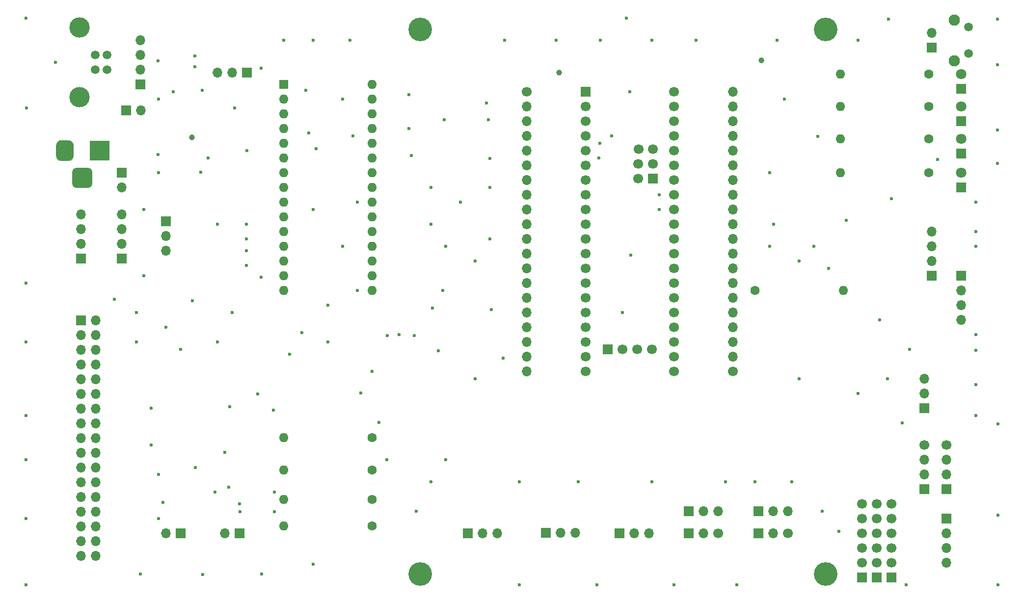
<source format=gbr>
G04 #@! TF.GenerationSoftware,KiCad,Pcbnew,(5.1.9)-1*
G04 #@! TF.CreationDate,2021-03-14T14:47:40+00:00*
G04 #@! TF.ProjectId,Greaseweazle F1 3.5 Inch Rev 2B,47726561-7365-4776-9561-7a6c65204631,2B*
G04 #@! TF.SameCoordinates,PX6312cb0PY6bcb370*
G04 #@! TF.FileFunction,Soldermask,Bot*
G04 #@! TF.FilePolarity,Negative*
%FSLAX46Y46*%
G04 Gerber Fmt 4.6, Leading zero omitted, Abs format (unit mm)*
G04 Created by KiCad (PCBNEW (5.1.9)-1) date 2021-03-14 14:47:40*
%MOMM*%
%LPD*%
G01*
G04 APERTURE LIST*
%ADD10R,1.700000X1.700000*%
%ADD11C,1.700000*%
%ADD12O,1.700000X1.700000*%
%ADD13C,4.064000*%
%ADD14O,1.600000X1.600000*%
%ADD15R,1.600000X1.600000*%
%ADD16C,3.500120*%
%ADD17C,1.501140*%
%ADD18C,1.600000*%
%ADD19R,1.800000X1.800000*%
%ADD20C,1.800000*%
%ADD21R,3.500000X3.500000*%
%ADD22C,1.950000*%
%ADD23C,1.508000*%
%ADD24C,0.600000*%
%ADD25C,1.000000*%
%ADD26C,0.100000*%
G04 APERTURE END LIST*
D10*
X48514000Y3810000D03*
D11*
X51054000Y3810000D03*
X53594000Y3810000D03*
X56134000Y3810000D03*
X59944000Y48260000D03*
D10*
X44704000Y48260000D03*
D11*
X59944000Y45720000D03*
X44704000Y45720000D03*
X59944000Y43180000D03*
X44704000Y43180000D03*
X59944000Y40640000D03*
X44704000Y40640000D03*
X59944000Y38100000D03*
X44704000Y38100000D03*
X59944000Y35560000D03*
X44704000Y35560000D03*
X59944000Y33020000D03*
X44704000Y33020000D03*
X59944000Y30480000D03*
X44704000Y30480000D03*
X59944000Y27940000D03*
X44704000Y27940000D03*
X59944000Y25400000D03*
X44704000Y25400000D03*
X59944000Y22860000D03*
X44704000Y22860000D03*
X59944000Y20320000D03*
X44704000Y20320000D03*
X59944000Y17780000D03*
X44704000Y17780000D03*
X59944000Y15240000D03*
X44704000Y15240000D03*
X59944000Y12700000D03*
X44704000Y12700000D03*
X59944000Y10160000D03*
X44704000Y10160000D03*
X59944000Y7620000D03*
X44704000Y7620000D03*
X59944000Y5080000D03*
X44704000Y5080000D03*
X59944000Y2540000D03*
X44704000Y2540000D03*
X59944000Y0D03*
X44704000Y0D03*
X56273700Y35814000D03*
X56273700Y38354000D03*
D10*
X56273700Y33274000D03*
D11*
X53797200Y38354000D03*
X53733700Y35814000D03*
X53733700Y33274000D03*
X92329000Y-22860000D03*
X92329000Y-25400000D03*
X92329000Y-27940000D03*
X92329000Y-30480000D03*
X92329000Y-33020000D03*
D10*
X92329000Y-35560000D03*
D11*
X94869000Y-22860000D03*
X94869000Y-25400000D03*
X94869000Y-27940000D03*
X94869000Y-30480000D03*
X94869000Y-33020000D03*
D10*
X94869000Y-35560000D03*
D12*
X-32004000Y45085000D03*
D10*
X-34544000Y45085000D03*
D13*
X86113620Y-34935160D03*
X16113760Y59065160D03*
X16113760Y-34935160D03*
X86113620Y59065160D03*
D12*
X104394000Y58420000D03*
D10*
X104394000Y55880000D03*
D12*
X-17526000Y-27940000D03*
D10*
X-14986000Y-27940000D03*
D12*
X-27686000Y-27940000D03*
D10*
X-25146000Y-27940000D03*
D11*
X97409000Y-22860000D03*
X97409000Y-25400000D03*
X97409000Y-27940000D03*
X97409000Y-30480000D03*
X97409000Y-33020000D03*
D10*
X97409000Y-35560000D03*
D12*
X-35306000Y27152600D03*
X-35306000Y24612600D03*
X-35306000Y22072600D03*
D10*
X-35306000Y19532600D03*
D12*
X-32131000Y57150000D03*
X-32131000Y54610000D03*
X-32131000Y52070000D03*
D10*
X-32131000Y49530000D03*
D14*
X7874000Y13970000D03*
X-7366000Y13970000D03*
X7874000Y49530000D03*
X-7366000Y16510000D03*
X7874000Y46990000D03*
X-7366000Y19050000D03*
X7874000Y44450000D03*
X-7366000Y21590000D03*
X7874000Y41910000D03*
X-7366000Y24130000D03*
X7874000Y39370000D03*
X-7366000Y26670000D03*
X7874000Y36830000D03*
X-7366000Y29210000D03*
X7874000Y34290000D03*
X-7366000Y31750000D03*
X7874000Y31750000D03*
X-7366000Y34290000D03*
X7874000Y29210000D03*
X-7366000Y36830000D03*
X7874000Y26670000D03*
X-7366000Y39370000D03*
X7874000Y24130000D03*
X-7366000Y41910000D03*
X7874000Y21590000D03*
X-7366000Y44450000D03*
X7874000Y19050000D03*
X-7366000Y46990000D03*
X7874000Y16510000D03*
D15*
X-7366000Y49530000D03*
D12*
X-27686000Y20828000D03*
X-27686000Y23368000D03*
D10*
X-27686000Y25908000D03*
D12*
X-35306000Y31750000D03*
D10*
X-35306000Y34290000D03*
D16*
X-42621200Y47345600D03*
X-42621200Y59385200D03*
D17*
X-37896800Y54610000D03*
X-37896800Y52120800D03*
X-39903400Y52120800D03*
X-39903400Y54610000D03*
D12*
X103124000Y-1270000D03*
X103124000Y-3810000D03*
D10*
X103124000Y-6350000D03*
D12*
X109474000Y8890000D03*
X109474000Y11430000D03*
X109474000Y13970000D03*
D10*
X109474000Y16510000D03*
D12*
X29464000Y-27940000D03*
X26924000Y-27940000D03*
D10*
X24384000Y-27940000D03*
D12*
X42926000Y-27829200D03*
X40386000Y-27829200D03*
D10*
X37846000Y-27829200D03*
D12*
X55626000Y-27889200D03*
X53086000Y-27889200D03*
D10*
X50546000Y-27889200D03*
D12*
X-18796000Y51587400D03*
X-16256000Y51587400D03*
D10*
X-13716000Y51587400D03*
D12*
X104394000Y24130000D03*
X104394000Y21590000D03*
X104394000Y19050000D03*
D10*
X104394000Y16510000D03*
X106934000Y-20320000D03*
D12*
X106934000Y-17780000D03*
X106934000Y-15240000D03*
D11*
X106934000Y-12700000D03*
X103124000Y-12700000D03*
D12*
X103124000Y-15240000D03*
X103124000Y-17780000D03*
D10*
X103124000Y-20320000D03*
D18*
X103886000Y51308000D03*
D14*
X88646000Y51308000D03*
D19*
X109474000Y48768000D03*
D20*
X109474000Y51308000D03*
X109474000Y34290000D03*
D19*
X109474000Y31750000D03*
X109474000Y37592000D03*
D20*
X109474000Y40132000D03*
X109474000Y45720000D03*
D19*
X109474000Y43180000D03*
D18*
X73914000Y13970000D03*
D14*
X89154000Y13970000D03*
X-7366000Y-11430000D03*
D18*
X7874000Y-11430000D03*
X7874000Y-17018000D03*
D14*
X-7366000Y-17018000D03*
X-7366000Y-22098000D03*
D18*
X7874000Y-22098000D03*
X7874000Y-26670000D03*
D14*
X-7366000Y-26670000D03*
X88646000Y34290000D03*
D18*
X103886000Y34290000D03*
X103886000Y40132000D03*
D14*
X88646000Y40132000D03*
X88646000Y45720000D03*
D18*
X103886000Y45720000D03*
D12*
X34544000Y0D03*
X34544000Y2540000D03*
X34544000Y5080000D03*
X34544000Y7620000D03*
X34544000Y10160000D03*
X34544000Y12700000D03*
X34544000Y15240000D03*
X34544000Y17780000D03*
X34544000Y20320000D03*
X34544000Y22860000D03*
X34544000Y25400000D03*
X34544000Y27940000D03*
X34544000Y30480000D03*
X34544000Y33020000D03*
X34544000Y35560000D03*
X34544000Y38100000D03*
X34544000Y40640000D03*
X34544000Y43180000D03*
X34544000Y45720000D03*
D11*
X34544000Y48260000D03*
D12*
X70104000Y48260000D03*
X70104000Y45720000D03*
X70104000Y43180000D03*
X70104000Y40640000D03*
X70104000Y38100000D03*
X70104000Y35560000D03*
X70104000Y33020000D03*
X70104000Y30480000D03*
X70104000Y27940000D03*
X70104000Y25400000D03*
X70104000Y22860000D03*
X70104000Y20320000D03*
X70104000Y17780000D03*
X70104000Y15240000D03*
X70104000Y12700000D03*
X70104000Y10160000D03*
X70104000Y7620000D03*
X70104000Y5080000D03*
X70104000Y2540000D03*
D11*
X70104000Y0D03*
D12*
X79603600Y-24130000D03*
X77063600Y-24130000D03*
D10*
X74523600Y-24130000D03*
D12*
X67564000Y-24130000D03*
X65024000Y-24130000D03*
D10*
X62484000Y-24130000D03*
X62484000Y-27940000D03*
D12*
X65024000Y-27940000D03*
D11*
X67564000Y-27940000D03*
D10*
X74523600Y-27940000D03*
D12*
X77063600Y-27940000D03*
D11*
X79603600Y-27940000D03*
D12*
X106934000Y-33020000D03*
X106934000Y-30480000D03*
X106934000Y-27940000D03*
D10*
X106934000Y-25400000D03*
G36*
G01*
X-43888600Y32551400D02*
X-43888600Y34301400D01*
G75*
G02*
X-43013600Y35176400I875000J0D01*
G01*
X-41263600Y35176400D01*
G75*
G02*
X-40388600Y34301400I0J-875000D01*
G01*
X-40388600Y32551400D01*
G75*
G02*
X-41263600Y31676400I-875000J0D01*
G01*
X-43013600Y31676400D01*
G75*
G02*
X-43888600Y32551400I0J875000D01*
G01*
G37*
G36*
G01*
X-46638600Y37126400D02*
X-46638600Y39126400D01*
G75*
G02*
X-45888600Y39876400I750000J0D01*
G01*
X-44388600Y39876400D01*
G75*
G02*
X-43638600Y39126400I0J-750000D01*
G01*
X-43638600Y37126400D01*
G75*
G02*
X-44388600Y36376400I-750000J0D01*
G01*
X-45888600Y36376400D01*
G75*
G02*
X-46638600Y37126400I0J750000D01*
G01*
G37*
D21*
X-39138600Y38126400D03*
D22*
X108244000Y60650000D03*
X108244000Y53650000D03*
D23*
X110744000Y59425000D03*
X110744000Y54875000D03*
D10*
X-42367200Y19532600D03*
D12*
X-42367200Y22072600D03*
X-42367200Y24612600D03*
X-42367200Y27152600D03*
X-39852600Y-31800800D03*
X-42392600Y-31800800D03*
X-39852600Y-29260800D03*
X-42392600Y-29260800D03*
X-39852600Y-26720800D03*
X-42392600Y-26720800D03*
X-39852600Y-24180800D03*
X-42392600Y-24180800D03*
X-39852600Y-21640800D03*
X-42392600Y-21640800D03*
X-39852600Y-19100800D03*
X-42392600Y-19100800D03*
X-39852600Y-16560800D03*
X-42392600Y-16560800D03*
X-39852600Y-14020800D03*
X-42392600Y-14020800D03*
X-39852600Y-11480800D03*
X-42392600Y-11480800D03*
X-39852600Y-8940800D03*
X-42392600Y-8940800D03*
X-39852600Y-6400800D03*
X-42392600Y-6400800D03*
X-39852600Y-3860800D03*
X-42392600Y-3860800D03*
X-39852600Y-1320800D03*
X-42392600Y-1320800D03*
X-39852600Y1219200D03*
X-42392600Y1219200D03*
X-39852600Y3759200D03*
X-42392600Y3759200D03*
X-39852600Y6299200D03*
X-42392600Y6299200D03*
X-39852600Y8839200D03*
D10*
X-42392600Y8839200D03*
D24*
X5334000Y29210000D03*
X2794000Y21590000D03*
X-51816000Y15240000D03*
X-51816000Y-7620000D03*
X-51816000Y-15240000D03*
X-51816000Y-36830000D03*
X-51714400Y45516800D03*
X96901000Y60833000D03*
X115824000Y-36830000D03*
X105410000Y36576000D03*
X52476400Y20116800D03*
X49149000Y40640000D03*
X-2286000Y27940000D03*
X14224000Y41910000D03*
X97409000Y29845000D03*
X77089000Y25400000D03*
X57404000Y30480000D03*
X57404000Y27940000D03*
X27559000Y46355000D03*
X-51816000Y60960000D03*
X115824000Y-9017000D03*
X112014000Y29210000D03*
X112014000Y24130000D03*
X112014000Y21590000D03*
X112014000Y6350000D03*
X112014000Y3683000D03*
X112014000Y-2286000D03*
X112014000Y-7620000D03*
X115824000Y-24765000D03*
X51689000Y60960000D03*
X33274000Y-36830000D03*
X46609000Y-36830000D03*
X59944000Y-36830000D03*
X70739000Y-36830000D03*
X99949000Y-36830000D03*
X115697000Y60833000D03*
X115697000Y35941000D03*
X115697000Y41656000D03*
X115697000Y52959000D03*
X99314000Y-8890000D03*
X91694000Y-3810000D03*
X81534000Y-1270000D03*
X81534000Y19050000D03*
X85471000Y-24130000D03*
X18034000Y31750000D03*
X28194000Y31750000D03*
X20574000Y21590000D03*
X254000Y11430000D03*
X-9144000Y-6680200D03*
X-17526000Y-13970000D03*
X-11176000Y-34925000D03*
X76454000Y34290000D03*
X84734400Y40614600D03*
X89636600Y26060400D03*
X78994000Y46990000D03*
X30734000Y57150000D03*
X63754000Y57150000D03*
X23114000Y29210000D03*
X25654000Y-1270000D03*
X56134000Y-19050000D03*
X43434000Y-19050000D03*
X33274000Y-19050000D03*
X-32131000Y-34925000D03*
X-25146000Y3810000D03*
X-31496000Y16510000D03*
X-3556000Y48514000D03*
X15494000Y-24130000D03*
X18034000Y-19050000D03*
X9017000Y-8788400D03*
X-28194000Y-22606000D03*
X-2286000Y-33274000D03*
X-7366000Y57150000D03*
X20320000Y43434000D03*
X27940000Y43434000D03*
X14224000Y47752000D03*
X2794000Y46990000D03*
X-3048000Y41148000D03*
X4572000Y40640000D03*
X5334000Y13970000D03*
X20066000Y13970000D03*
X28448000Y10668000D03*
X18288000Y10922000D03*
X19304000Y3556000D03*
X30480000Y2286000D03*
X-20447000Y36830000D03*
X-21717000Y34417000D03*
X-29057600Y53594000D03*
X-21463000Y48514000D03*
X-15875000Y45466000D03*
X-13843000Y18288000D03*
X-13843000Y25400000D03*
X-26416000Y48260000D03*
X-46736000Y53340000D03*
X-2286000Y57150000D03*
X4064000Y57150000D03*
X28194000Y22860000D03*
X-18796000Y5080000D03*
X7874000Y0D03*
X-31496000Y27940000D03*
X-51816000Y5080000D03*
X-51816000Y-25400000D03*
X96774000Y-1270000D03*
X100584000Y3810000D03*
X76454000Y21590000D03*
X84074000Y21590000D03*
X86614000Y17780000D03*
X25654000Y19050000D03*
X18034000Y25400000D03*
X52324000Y48260000D03*
X51054000Y10160000D03*
X91694000Y57150000D03*
X77724000Y57150000D03*
X56134000Y57150000D03*
X47244000Y57150000D03*
X39624000Y57150000D03*
X-32766000Y5080000D03*
X-30226000Y-6350000D03*
X-28956000Y-17780000D03*
X-30226000Y-12700000D03*
X-28956000Y-25400000D03*
X-21336000Y-35052000D03*
X-14986000Y-22860000D03*
X-16891000Y-19939000D03*
X10414000Y-15240000D03*
X20574000Y-15240000D03*
X68834000Y-19050000D03*
X73914000Y-19050000D03*
X80264000Y-19050000D03*
X254000Y5080000D03*
X-27686000Y7620000D03*
X-16256000Y10160000D03*
X-32766000Y10160000D03*
X-36576000Y12446000D03*
X-23114000Y12192000D03*
X-6375400Y2997200D03*
X-4292600Y6680200D03*
X-1828800Y38430200D03*
X-11303000Y52374800D03*
X88366600Y-27559000D03*
X-29083000Y37465000D03*
X-28956000Y34290000D03*
X-13716000Y38100000D03*
X-28956000Y46990000D03*
X-18796000Y25400000D03*
X-13843000Y20828000D03*
X-13843000Y22860000D03*
X-22733000Y54483000D03*
X-22748190Y52644000D03*
D25*
X40132000Y51562000D03*
X-23240998Y40386000D03*
D24*
X-16738600Y-6070602D03*
X-9017002Y-24180800D03*
X-14935200Y-24180800D03*
X-19266801Y-20790801D03*
X-9005201Y-20790801D03*
X-22656800Y-16560800D03*
X5867400Y-3733800D03*
X-11277600Y16256000D03*
X-11887200Y-3860800D03*
X28149001Y36785001D03*
X46990000Y36830000D03*
X15113000Y6197600D03*
X12522198Y6375400D03*
X95427800Y8890000D03*
D25*
X75031602Y53721000D03*
D24*
X47117000Y39358849D03*
X14605000Y37236400D03*
X10490200Y6223000D03*
D26*
G36*
X-43886610Y32551596D02*
G01*
X-43869817Y32381091D01*
X-43820138Y32217321D01*
X-43739465Y32066392D01*
X-43630897Y31934103D01*
X-43498608Y31825535D01*
X-43347679Y31744862D01*
X-43183909Y31695183D01*
X-43013404Y31678390D01*
X-43011778Y31677225D01*
X-43011974Y31675235D01*
X-43013600Y31674400D01*
X-43069960Y31674400D01*
X-43070156Y31674410D01*
X-43234687Y31690615D01*
X-43235072Y31690691D01*
X-43387383Y31736894D01*
X-43387745Y31737044D01*
X-43528108Y31812069D01*
X-43528434Y31812287D01*
X-43651466Y31913257D01*
X-43651743Y31913534D01*
X-43752713Y32036566D01*
X-43752931Y32036892D01*
X-43827956Y32177255D01*
X-43828106Y32177617D01*
X-43874309Y32329928D01*
X-43874385Y32330313D01*
X-43890590Y32494844D01*
X-43890600Y32495040D01*
X-43890600Y32551400D01*
X-43889600Y32553132D01*
X-43887600Y32553132D01*
X-43886610Y32551596D01*
G37*
G36*
X-40387435Y32553026D02*
G01*
X-40386600Y32551400D01*
X-40386600Y32495040D01*
X-40386610Y32494844D01*
X-40402815Y32330313D01*
X-40402891Y32329928D01*
X-40449094Y32177617D01*
X-40449244Y32177255D01*
X-40524269Y32036892D01*
X-40524487Y32036566D01*
X-40625457Y31913534D01*
X-40625734Y31913257D01*
X-40748766Y31812287D01*
X-40749092Y31812069D01*
X-40889455Y31737044D01*
X-40889817Y31736894D01*
X-41042128Y31690691D01*
X-41042513Y31690615D01*
X-41207044Y31674410D01*
X-41207240Y31674400D01*
X-41263600Y31674400D01*
X-41265332Y31675400D01*
X-41265332Y31677400D01*
X-41263796Y31678390D01*
X-41093291Y31695183D01*
X-40929521Y31744862D01*
X-40778592Y31825535D01*
X-40646303Y31934103D01*
X-40537735Y32066392D01*
X-40457062Y32217321D01*
X-40407383Y32381091D01*
X-40390590Y32551596D01*
X-40389425Y32553222D01*
X-40387435Y32553026D01*
G37*
G36*
X-43011868Y35177400D02*
G01*
X-43011868Y35175400D01*
X-43013404Y35174410D01*
X-43183909Y35157617D01*
X-43347679Y35107938D01*
X-43498608Y35027265D01*
X-43630897Y34918697D01*
X-43739465Y34786408D01*
X-43820138Y34635479D01*
X-43869817Y34471709D01*
X-43886610Y34301204D01*
X-43887775Y34299578D01*
X-43889765Y34299774D01*
X-43890600Y34301400D01*
X-43890600Y34357760D01*
X-43890590Y34357956D01*
X-43874385Y34522487D01*
X-43874309Y34522872D01*
X-43828106Y34675183D01*
X-43827956Y34675545D01*
X-43752931Y34815908D01*
X-43752713Y34816234D01*
X-43651743Y34939266D01*
X-43651466Y34939543D01*
X-43528434Y35040513D01*
X-43528108Y35040731D01*
X-43387745Y35115756D01*
X-43387383Y35115906D01*
X-43235072Y35162109D01*
X-43234687Y35162185D01*
X-43070156Y35178390D01*
X-43069960Y35178400D01*
X-43013600Y35178400D01*
X-43011868Y35177400D01*
G37*
G36*
X-41207044Y35178390D02*
G01*
X-41042513Y35162185D01*
X-41042128Y35162109D01*
X-40889817Y35115906D01*
X-40889455Y35115756D01*
X-40749092Y35040731D01*
X-40748766Y35040513D01*
X-40625734Y34939543D01*
X-40625457Y34939266D01*
X-40524487Y34816234D01*
X-40524269Y34815908D01*
X-40449244Y34675545D01*
X-40449094Y34675183D01*
X-40402891Y34522872D01*
X-40402815Y34522487D01*
X-40386610Y34357956D01*
X-40386600Y34357760D01*
X-40386600Y34301400D01*
X-40387600Y34299668D01*
X-40389600Y34299668D01*
X-40390590Y34301204D01*
X-40407383Y34471709D01*
X-40457062Y34635479D01*
X-40537735Y34786408D01*
X-40646303Y34918697D01*
X-40778592Y35027265D01*
X-40929521Y35107938D01*
X-41093291Y35157617D01*
X-41263796Y35174410D01*
X-41265422Y35175575D01*
X-41265226Y35177565D01*
X-41263600Y35178400D01*
X-41207240Y35178400D01*
X-41207044Y35178390D01*
G37*
G36*
X-46636610Y37126596D02*
G01*
X-46622219Y36980477D01*
X-46579653Y36840156D01*
X-46510531Y36710838D01*
X-46417509Y36597491D01*
X-46304162Y36504469D01*
X-46174844Y36435347D01*
X-46034523Y36392781D01*
X-45888404Y36378390D01*
X-45886778Y36377225D01*
X-45886974Y36375235D01*
X-45888600Y36374400D01*
X-45944960Y36374400D01*
X-45945156Y36374410D01*
X-46085301Y36388213D01*
X-46085686Y36388289D01*
X-46214547Y36427379D01*
X-46214909Y36427529D01*
X-46333660Y36491003D01*
X-46333986Y36491221D01*
X-46438078Y36576645D01*
X-46438355Y36576922D01*
X-46523779Y36681014D01*
X-46523997Y36681340D01*
X-46587471Y36800091D01*
X-46587621Y36800453D01*
X-46626711Y36929314D01*
X-46626787Y36929699D01*
X-46640590Y37069844D01*
X-46640600Y37070040D01*
X-46640600Y37126400D01*
X-46639600Y37128132D01*
X-46637600Y37128132D01*
X-46636610Y37126596D01*
G37*
G36*
X-43637435Y37128026D02*
G01*
X-43636600Y37126400D01*
X-43636600Y37070040D01*
X-43636610Y37069844D01*
X-43650413Y36929699D01*
X-43650489Y36929314D01*
X-43689579Y36800453D01*
X-43689729Y36800091D01*
X-43753203Y36681340D01*
X-43753421Y36681014D01*
X-43838845Y36576922D01*
X-43839122Y36576645D01*
X-43943214Y36491221D01*
X-43943540Y36491003D01*
X-44062291Y36427529D01*
X-44062653Y36427379D01*
X-44191514Y36388289D01*
X-44191899Y36388213D01*
X-44332044Y36374410D01*
X-44332240Y36374400D01*
X-44388600Y36374400D01*
X-44390332Y36375400D01*
X-44390332Y36377400D01*
X-44388796Y36378390D01*
X-44242677Y36392781D01*
X-44102356Y36435347D01*
X-43973038Y36504469D01*
X-43859691Y36597491D01*
X-43766669Y36710838D01*
X-43697547Y36840156D01*
X-43654981Y36980477D01*
X-43640590Y37126596D01*
X-43639425Y37128222D01*
X-43637435Y37128026D01*
G37*
G36*
X-45886868Y39877400D02*
G01*
X-45886868Y39875400D01*
X-45888404Y39874410D01*
X-46034523Y39860019D01*
X-46174844Y39817453D01*
X-46304162Y39748331D01*
X-46417509Y39655309D01*
X-46510531Y39541962D01*
X-46579653Y39412644D01*
X-46622219Y39272323D01*
X-46636610Y39126204D01*
X-46637775Y39124578D01*
X-46639765Y39124774D01*
X-46640600Y39126400D01*
X-46640600Y39182760D01*
X-46640590Y39182956D01*
X-46626787Y39323101D01*
X-46626711Y39323486D01*
X-46587621Y39452347D01*
X-46587471Y39452709D01*
X-46523997Y39571460D01*
X-46523779Y39571786D01*
X-46438355Y39675878D01*
X-46438078Y39676155D01*
X-46333986Y39761579D01*
X-46333660Y39761797D01*
X-46214909Y39825271D01*
X-46214547Y39825421D01*
X-46085686Y39864511D01*
X-46085301Y39864587D01*
X-45945156Y39878390D01*
X-45944960Y39878400D01*
X-45888600Y39878400D01*
X-45886868Y39877400D01*
G37*
G36*
X-44332044Y39878390D02*
G01*
X-44191899Y39864587D01*
X-44191514Y39864511D01*
X-44062653Y39825421D01*
X-44062291Y39825271D01*
X-43943540Y39761797D01*
X-43943214Y39761579D01*
X-43839122Y39676155D01*
X-43838845Y39675878D01*
X-43753421Y39571786D01*
X-43753203Y39571460D01*
X-43689729Y39452709D01*
X-43689579Y39452347D01*
X-43650489Y39323486D01*
X-43650413Y39323101D01*
X-43636610Y39182956D01*
X-43636600Y39182760D01*
X-43636600Y39126400D01*
X-43637600Y39124668D01*
X-43639600Y39124668D01*
X-43640590Y39126204D01*
X-43654981Y39272323D01*
X-43697547Y39412644D01*
X-43766669Y39541962D01*
X-43859691Y39655309D01*
X-43973038Y39748331D01*
X-44102356Y39817453D01*
X-44242677Y39860019D01*
X-44388796Y39874410D01*
X-44390422Y39875575D01*
X-44390226Y39877565D01*
X-44388600Y39878400D01*
X-44332240Y39878400D01*
X-44332044Y39878390D01*
G37*
M02*

</source>
